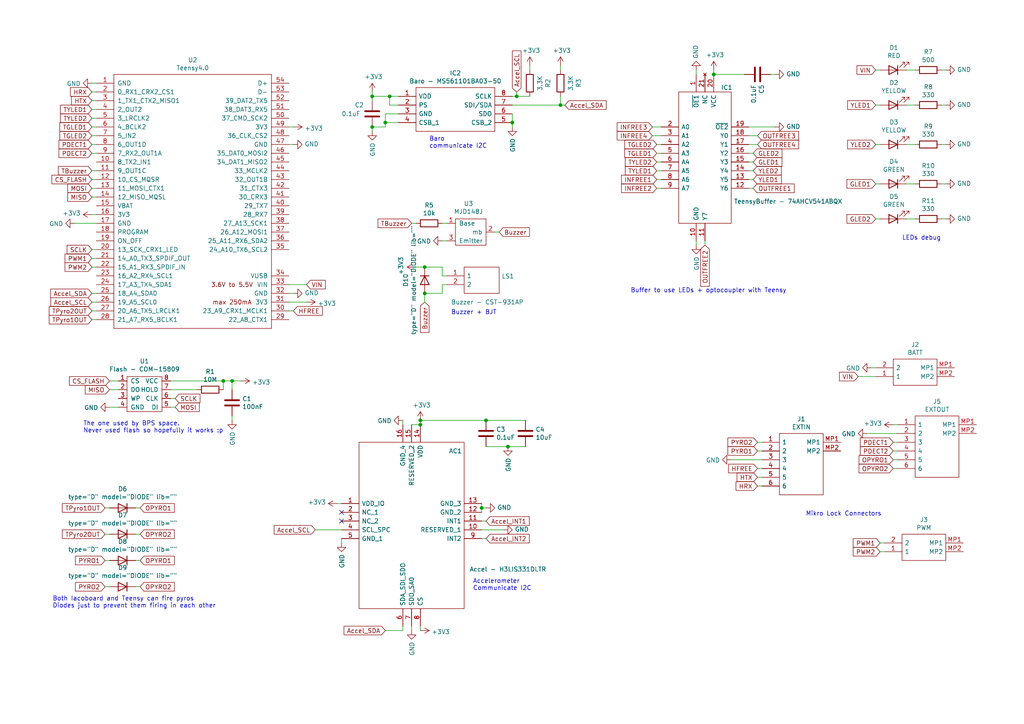
<source format=kicad_sch>
(kicad_sch (version 20211123) (generator eeschema)
  (paper "A4")
  (title_block (title "The Extension Board") (date "2022-01-02") (rev "R06") (company "EPFL Rocket Team") (comment 1 "EPFL Rocket Team all rights reserved"))
  (lib_symbols
    (symbol "Device:C" (pin_numbers hide) (pin_names (offset 0.254))
      (property "Reference" "C" (at 0.635 2.54 0))
      (property "Value" "C" (at 0.635 -2.54 0))
      (symbol "C_0_1"
        (polyline (pts (xy -2.032 -0.762) (xy 2.032 -0.762)) (stroke (width 0.508)))
        (polyline (pts (xy -2.032 0.762) (xy 2.032 0.762)) (stroke (width 0.508)))
      )
      (symbol "C_1_1"
        (pin passive line (at 0 3.81 270) (length 2.794) (name "~") (number "1"))
        (pin passive line (at 0 -3.81 90) (length 2.794) (name "~") (number "2"))
      )
    )
    (symbol "Device:LED" (pin_numbers hide) (pin_names (offset 1.016) hide)
      (property "Reference" "D" (at 0 2.54 0))
      (property "Value" "LED" (at 0 -2.54 0))
      (symbol "LED_0_1"
        (polyline (pts (xy -1.27 -1.27) (xy -1.27 1.27)) (stroke (width 0.254)))
        (polyline (pts (xy -1.27 0) (xy 1.27 0)))
        (polyline (pts (xy 1.27 -1.27) (xy 1.27 1.27) (xy -1.27 0) (xy 1.27 -1.27)) (stroke (width 0.254)))
        (polyline (pts (xy -3.048 -0.762) (xy -4.572 -2.286) (xy -3.81 -2.286) (xy -4.572 -2.286) (xy -4.572 -1.524)))
        (polyline (pts (xy -1.778 -0.762) (xy -3.302 -2.286) (xy -2.54 -2.286) (xy -3.302 -2.286) (xy -3.302 -1.524)))
      )
      (symbol "LED_1_1"
        (pin passive line (at -3.81 0 0) (length 2.54) (name "K") (number "1"))
        (pin passive line (at 3.81 0 180) (length 2.54) (name "A") (number "2"))
      )
    )
    (symbol "Device:R" (pin_numbers hide) (pin_names (offset 0))
      (property "Reference" "R" (at 2.032 0 90))
      (property "Value" "R" (at 0 0 90))
      (symbol "R_0_1"
        (rectangle (start -1.016 -2.54) (end 1.016 2.54) (stroke (width 0.254)))
      )
      (symbol "R_1_1"
        (pin passive line (at 0 3.81 270) (length 1.27) (name "~") (number "1"))
        (pin passive line (at 0 -3.81 90) (length 1.27) (name "~") (number "2"))
      )
    )
    (symbol "EXTENSION:505567-0281" (pin_names (offset 0.762))
      (property "Reference" "J" (at 19.05 7.62 0))
      (property "Value" "505567-0281" (at 19.05 5.08 0))
      (symbol "505567-0281_0_0"
        (pin passive line (at 0 -2.54 0) (length 5.08) (name "1") (number "1"))
        (pin passive line (at 0 0 0) (length 5.08) (name "2") (number "2"))
        (pin passive line (at 22.86 0 180) (length 5.08) (name "MP1") (number "MP1"))
        (pin passive line (at 22.86 -2.54 180) (length 5.08) (name "MP2") (number "MP2"))
      )
      (symbol "505567-0281_0_1"
        (polyline (pts (xy 5.08 2.54) (xy 17.78 2.54) (xy 17.78 -5.08) (xy 5.08 -5.08) (xy 5.08 2.54)) (stroke (width 0.1524)))
      )
    )
    (symbol "EXTENSION:505567-0671" (pin_names (offset 0.762))
      (property "Reference" "J" (at 19.05 7.62 0))
      (property "Value" "505567-0671" (at 19.05 5.08 0))
      (symbol "505567-0671_0_0"
        (pin passive line (at 0 0 0) (length 5.08) (name "1") (number "1"))
        (pin passive line (at 0 -2.54 0) (length 5.08) (name "2") (number "2"))
        (pin passive line (at 0 -5.08 0) (length 5.08) (name "3") (number "3"))
        (pin passive line (at 0 -7.62 0) (length 5.08) (name "4") (number "4"))
        (pin passive line (at 0 -10.16 0) (length 5.08) (name "5") (number "5"))
        (pin passive line (at 0 -12.7 0) (length 5.08) (name "6") (number "6"))
        (pin passive line (at 22.86 0 180) (length 5.08) (name "MP1") (number "MP1"))
        (pin passive line (at 22.86 -2.54 180) (length 5.08) (name "MP2") (number "MP2"))
      )
      (symbol "505567-0671_0_1"
        (polyline (pts (xy 5.08 2.54) (xy 17.78 2.54) (xy 17.78 -15.24) (xy 5.08 -15.24) (xy 5.08 2.54)) (stroke (width 0.1524)))
      )
    )
    (symbol "EXTENSION:74AHCV541ABQX" (pin_names (offset 0.762))
      (property "Reference" "IC" (at 21.59 15.24 0))
      (property "Value" "74AHCV541ABQX" (at 21.59 12.7 0))
      (symbol "74AHCV541ABQX_0_0"
        (pin passive line (at 10.16 15.24 270) (length 5.08) (name "~{OE1}") (number "1"))
        (pin passive line (at 10.16 -33.02 90) (length 5.08) (name "GND") (number "10"))
        (pin passive line (at 12.7 -33.02 90) (length 5.08) (name "Y7") (number "11"))
        (pin passive line (at 25.4 -17.78 180) (length 5.08) (name "Y6") (number "12"))
        (pin passive line (at 25.4 -15.24 180) (length 5.08) (name "Y5") (number "13"))
        (pin passive line (at 25.4 -12.7 180) (length 5.08) (name "Y4") (number "14"))
        (pin passive line (at 25.4 -10.16 180) (length 5.08) (name "Y3") (number "15"))
        (pin passive line (at 25.4 -7.62 180) (length 5.08) (name "Y2") (number "16"))
        (pin passive line (at 25.4 -5.08 180) (length 5.08) (name "Y1") (number "17"))
        (pin passive line (at 25.4 -2.54 180) (length 5.08) (name "Y0") (number "18"))
        (pin passive line (at 25.4 0 180) (length 5.08) (name "~{OE2}") (number "19"))
        (pin passive line (at 0 0 0) (length 5.08) (name "A0") (number "2"))
        (pin passive line (at 15.24 15.24 270) (length 5.08) (name "VCC") (number "20"))
        (pin no_connect line (at 12.7 15.24 270) (length 5.08) (name "NC") (number "21"))
        (pin passive line (at 0 -2.54 0) (length 5.08) (name "A1") (number "3"))
        (pin passive line (at 0 -5.08 0) (length 5.08) (name "A2") (number "4"))
        (pin passive line (at 0 -7.62 0) (length 5.08) (name "A3") (number "5"))
        (pin passive line (at 0 -10.16 0) (length 5.08) (name "A4") (number "6"))
        (pin passive line (at 0 -12.7 0) (length 5.08) (name "A5") (number "7"))
        (pin passive line (at 0 -15.24 0) (length 5.08) (name "A6") (number "8"))
        (pin passive line (at 0 -17.78 0) (length 5.08) (name "A7") (number "9"))
      )
      (symbol "74AHCV541ABQX_0_1"
        (polyline (pts (xy 5.08 10.16) (xy 20.32 10.16) (xy 20.32 -27.94) (xy 5.08 -27.94) (xy 5.08 10.16)) (stroke (width 0.1524)))
      )
    )
    (symbol "EXTENSION:COM-15809" (pin_names (offset 1.016))
      (property "Reference" "U" (at -3.81 6.35 0))
      (property "Value" "COM-15809" (at 0 -6.35 0))
      (symbol "COM-15809_0_1"
        (rectangle (start -5.08 5.08) (end 5.08 -5.08))
      )
      (symbol "COM-15809_1_1"
        (pin input line (at -7.62 3.81 0) (length 2.54) (name "CS") (number "1"))
        (pin input line (at -7.62 1.27 0) (length 2.54) (name "DO") (number "2"))
        (pin input line (at -7.62 -1.27 0) (length 2.54) (name "WP") (number "3"))
        (pin input line (at -7.62 -3.81 0) (length 2.54) (name "GND") (number "4"))
        (pin input line (at 7.62 -3.81 180) (length 2.54) (name "DI") (number "5"))
        (pin input line (at 7.62 -1.27 180) (length 2.54) (name "CLK") (number "6"))
        (pin input line (at 7.62 1.27 180) (length 2.54) (name "HOLD") (number "7"))
        (pin input line (at 7.62 3.81 180) (length 2.54) (name "VCC") (number "8"))
      )
    )
    (symbol "EXTENSION:H3LIS331DLTR" (pin_names (offset 0.762))
      (property "Reference" "AC" (at 36.83 22.86 0))
      (property "Value" "H3LIS331DLTR" (at 36.83 20.32 0))
      (symbol "H3LIS331DLTR_0_0"
        (pin power_in line (at 0 0 0) (length 5.08) (name "VDD_IO") (number "1"))
        (pin passive line (at 40.64 -7.62 180) (length 5.08) (name "RESERVED_1") (number "10"))
        (pin input line (at 40.64 -5.08 180) (length 5.08) (name "INT1") (number "11"))
        (pin power_in line (at 40.64 -2.54 180) (length 5.08) (name "GND_2") (number "12"))
        (pin power_in line (at 40.64 0 180) (length 5.08) (name "GND_3") (number "13"))
        (pin power_in line (at 22.86 22.86 270) (length 5.08) (name "VDD") (number "14"))
        (pin passive line (at 20.32 22.86 270) (length 5.08) (name "RESERVED_2") (number "15"))
        (pin power_in line (at 17.78 22.86 270) (length 5.08) (name "GND_4") (number "16"))
        (pin passive line (at 0 -2.54 0) (length 5.08) (name "NC_1") (number "2"))
        (pin passive line (at 0 -5.08 0) (length 5.08) (name "NC_2") (number "3"))
        (pin passive line (at 0 -7.62 0) (length 5.08) (name "SCL_SPC") (number "4"))
        (pin power_in line (at 0 -10.16 0) (length 5.08) (name "GND_1") (number "5"))
        (pin passive line (at 17.78 -35.56 90) (length 5.08) (name "SDA_SDI_SDO") (number "6"))
        (pin passive line (at 20.32 -35.56 90) (length 5.08) (name "SDO_SA0") (number "7"))
        (pin input line (at 22.86 -35.56 90) (length 5.08) (name "CS") (number "8"))
        (pin input line (at 40.64 -10.16 180) (length 5.08) (name "INT2") (number "9"))
      )
      (symbol "H3LIS331DLTR_0_1"
        (polyline (pts (xy 5.08 17.78) (xy 35.56 17.78) (xy 35.56 -30.48) (xy 5.08 -30.48) (xy 5.08 17.78)) (stroke (width 0.1524)))
      )
    )
    (symbol "EXTENSION:MJD148J" (pin_names (offset 1.016))
      (property "Reference" "U" (at -2.54 5.08 0))
      (property "Value" "MJD148J" (at 1.27 -5.08 0))
      (symbol "MJD148J_0_1"
        (rectangle (start -3.81 3.81) (end 5.08 -3.81))
      )
      (symbol "MJD148J_1_1"
        (pin input line (at -6.35 2.54 0) (length 2.54) (name "Base") (number "1"))
        (pin input line (at 7.62 0 180) (length 2.54) (name "mb") (number "2"))
        (pin input line (at -6.35 -2.54 0) (length 2.54) (name "Emitter") (number "3"))
      )
    )
    (symbol "EXTENSION_BOARD-rescue:MS561101BA03-50-SamacSys_Parts" (pin_names (offset 0.762))
      (property "Reference" "IC" (at 29.21 7.62 0))
      (property "Value" "MS561101BA03-50-SamacSys_Parts" (at 29.21 5.08 0))
      (symbol "MS561101BA03-50-SamacSys_Parts_0_0"
        (pin power_in line (at 0 0 0) (length 5.08) (name "VDD") (number "1"))
        (pin input line (at 0 -2.54 0) (length 5.08) (name "PS") (number "2"))
        (pin power_in line (at 0 -5.08 0) (length 5.08) (name "GND") (number "3"))
        (pin input line (at 0 -7.62 0) (length 5.08) (name "CSB_1") (number "4"))
        (pin input line (at 33.02 -7.62 180) (length 5.08) (name "CSB_2") (number "5"))
        (pin output line (at 33.02 -5.08 180) (length 5.08) (name "SDO") (number "6"))
        (pin bidirectional line (at 33.02 -2.54 180) (length 5.08) (name "SDI/SDA") (number "7"))
        (pin input line (at 33.02 0 180) (length 5.08) (name "SCLK") (number "8"))
      )
      (symbol "MS561101BA03-50-SamacSys_Parts_0_1"
        (polyline (pts (xy 5.08 2.54) (xy 27.94 2.54) (xy 27.94 -10.16) (xy 5.08 -10.16) (xy 5.08 2.54)) (stroke (width 0.1524)))
      )
    )
    (symbol "EXTENSION_BOARD-rescue:PS1240P02CT3-SamacSys_Parts" (pin_names (offset 0.762))
      (property "Reference" "LS" (at 16.51 7.62 0))
      (property "Value" "PS1240P02CT3-SamacSys_Parts" (at 16.51 5.08 0))
      (symbol "PS1240P02CT3-SamacSys_Parts_0_0"
        (pin passive line (at 0 0 0) (length 5.08) (name "1") (number "1"))
        (pin passive line (at 0 -2.54 0) (length 5.08) (name "2") (number "2"))
      )
      (symbol "PS1240P02CT3-SamacSys_Parts_0_1"
        (polyline (pts (xy 5.08 2.54) (xy 15.24 2.54) (xy 15.24 -5.08) (xy 5.08 -5.08) (xy 5.08 2.54)) (stroke (width 0.1524)))
      )
    )
    (symbol "EXTENSION_BOARD-rescue:Teensy4.0-teensy" (pin_names (offset 1.016))
      (property "Reference" "U" (at 0 39.37 0))
      (property "Value" "Teensy4.0-teensy" (at 0 -39.37 0))
      (symbol "Teensy4.0-teensy_0_0"
        (text "3.6V to 5.5V" (at 11.43 -24.13 0) (effects (font (size 1.27 1.27))))
        (text "max 250mA" (at 11.43 -29.21 0) (effects (font (size 1.27 1.27))))
        (pin bidirectional line (at -27.94 11.43 0) (length 5.08) (name "8_TX2_IN1") (number "10"))
        (pin bidirectional line (at -27.94 8.89 0) (length 5.08) (name "9_OUT1C") (number "11"))
        (pin bidirectional line (at -27.94 6.35 0) (length 5.08) (name "10_CS_MQSR") (number "12"))
        (pin bidirectional line (at -27.94 3.81 0) (length 5.08) (name "11_MOSI_CTX1") (number "13"))
        (pin bidirectional line (at -27.94 1.27 0) (length 5.08) (name "12_MISO_MQSL") (number "14"))
        (pin power_in line (at -27.94 -1.27 0) (length 5.08) (name "VBAT") (number "15"))
        (pin power_in line (at -27.94 -3.81 0) (length 5.08) (name "3V3") (number "16"))
        (pin power_in line (at -27.94 -6.35 0) (length 5.08) (name "GND") (number "17"))
        (pin input line (at -27.94 -8.89 0) (length 5.08) (name "PROGRAM") (number "18"))
        (pin input line (at -27.94 -11.43 0) (length 5.08) (name "ON_OFF") (number "19"))
        (pin bidirectional line (at -27.94 -13.97 0) (length 5.08) (name "13_SCK_CRX1_LED") (number "20"))
        (pin bidirectional line (at -27.94 -16.51 0) (length 5.08) (name "14_A0_TX3_SPDIF_OUT") (number "21"))
        (pin bidirectional line (at -27.94 -19.05 0) (length 5.08) (name "15_A1_RX3_SPDIF_IN") (number "22"))
        (pin bidirectional line (at -27.94 -21.59 0) (length 5.08) (name "16_A2_RX4_SCL1") (number "23"))
        (pin bidirectional line (at -27.94 -24.13 0) (length 5.08) (name "17_A3_TX4_SDA1") (number "24"))
        (pin bidirectional line (at -27.94 -26.67 0) (length 5.08) (name "18_A4_SDA0") (number "25"))
        (pin bidirectional line (at -27.94 -29.21 0) (length 5.08) (name "19_A5_SCL0") (number "26"))
        (pin bidirectional line (at -27.94 -31.75 0) (length 5.08) (name "20_A6_TX5_LRCLK1") (number "27"))
        (pin bidirectional line (at -27.94 -34.29 0) (length 5.08) (name "21_A7_RX5_BCLK1") (number "28"))
        (pin bidirectional line (at 27.94 -34.29 180) (length 5.08) (name "22_A8_CTX1") (number "29"))
        (pin bidirectional line (at 27.94 -31.75 180) (length 5.08) (name "23_A9_CRX1_MCLK1") (number "30"))
        (pin power_out line (at 27.94 -29.21 180) (length 5.08) (name "3V3") (number "31"))
        (pin power_in line (at 27.94 -26.67 180) (length 5.08) (name "GND") (number "32"))
        (pin power_in line (at 27.94 -24.13 180) (length 5.08) (name "VIN") (number "33"))
        (pin power_out line (at 27.94 -21.59 180) (length 5.08) (name "VUSB") (number "34"))
        (pin bidirectional line (at 27.94 -13.97 180) (length 5.08) (name "24_A10_TX6_SCL2") (number "35"))
        (pin bidirectional line (at 27.94 -11.43 180) (length 5.08) (name "25_A11_RX6_SDA2") (number "36"))
        (pin bidirectional line (at 27.94 -8.89 180) (length 5.08) (name "26_A12_MOSI1") (number "37"))
        (pin bidirectional line (at 27.94 -6.35 180) (length 5.08) (name "27_A13_SCK1") (number "38"))
        (pin bidirectional line (at 27.94 -3.81 180) (length 5.08) (name "28_RX7") (number "39"))
        (pin bidirectional line (at 27.94 -1.27 180) (length 5.08) (name "29_TX7") (number "40"))
        (pin bidirectional line (at 27.94 1.27 180) (length 5.08) (name "30_CRX3") (number "41"))
        (pin bidirectional line (at 27.94 3.81 180) (length 5.08) (name "31_CTX3") (number "42"))
        (pin bidirectional line (at 27.94 6.35 180) (length 5.08) (name "32_OUT1B") (number "43"))
        (pin bidirectional line (at 27.94 8.89 180) (length 5.08) (name "33_MCLK2") (number "44"))
        (pin bidirectional line (at 27.94 11.43 180) (length 5.08) (name "34_DAT1_MISO2") (number "45"))
        (pin bidirectional line (at 27.94 13.97 180) (length 5.08) (name "35_DAT0_MOSI2") (number "46"))
        (pin power_out line (at 27.94 16.51 180) (length 5.08) (name "GND") (number "47"))
        (pin bidirectional line (at 27.94 19.05 180) (length 5.08) (name "36_CLK_CS2") (number "48"))
        (pin power_out line (at 27.94 21.59 180) (length 5.08) (name "3V3") (number "49"))
        (pin bidirectional line (at -27.94 24.13 0) (length 5.08) (name "3_LRCLK2") (number "5"))
        (pin bidirectional line (at 27.94 24.13 180) (length 5.08) (name "37_CMD_SCK2") (number "50"))
        (pin bidirectional line (at 27.94 26.67 180) (length 5.08) (name "38_DAT3_RX5") (number "51"))
        (pin bidirectional line (at 27.94 29.21 180) (length 5.08) (name "39_DAT2_TX5") (number "52"))
        (pin bidirectional line (at 27.94 31.75 180) (length 5.08) (name "D-") (number "53"))
        (pin bidirectional line (at 27.94 34.29 180) (length 5.08) (name "D+") (number "54"))
        (pin bidirectional line (at -27.94 21.59 0) (length 5.08) (name "4_BCLK2") (number "6"))
        (pin bidirectional line (at -27.94 19.05 0) (length 5.08) (name "5_IN2") (number "7"))
        (pin bidirectional line (at -27.94 16.51 0) (length 5.08) (name "6_OUT1D") (number "8"))
        (pin bidirectional line (at -27.94 13.97 0) (length 5.08) (name "7_RX2_OUT1A") (number "9"))
      )
      (symbol "Teensy4.0-teensy_0_1"
        (rectangle (start -22.86 36.83) (end 22.86 -36.83))
        (rectangle (start -20.32 -31.75) (end -20.32 -31.75))
      )
      (symbol "Teensy4.0-teensy_1_1"
        (pin power_in line (at -27.94 34.29 0) (length 5.08) (name "GND") (number "1"))
        (pin bidirectional line (at -27.94 31.75 0) (length 5.08) (name "0_RX1_CRX2_CS1") (number "2"))
        (pin bidirectional line (at -27.94 29.21 0) (length 5.08) (name "1_TX1_CTX2_MISO1") (number "3"))
        (pin bidirectional line (at -27.94 26.67 0) (length 5.08) (name "2_OUT2") (number "4"))
      )
    )
    (symbol "Simulation_SPICE:DIODE" (pin_numbers hide) (pin_names (offset 1.016) hide)
      (property "Reference" "D" (at 0 2.54 0))
      (property "Value" "DIODE" (at 0 -2.54 0))
      (symbol "DIODE_0_1"
        (polyline (pts (xy 1.27 0) (xy -1.27 0)))
        (polyline (pts (xy 1.27 1.27) (xy 1.27 -1.27)) (stroke (width 0.254)))
        (polyline (pts (xy -1.27 -1.27) (xy -1.27 1.27) (xy 1.27 0) (xy -1.27 -1.27)) (stroke (width 0.254)))
      )
      (symbol "DIODE_1_1"
        (pin passive line (at -3.81 0 0) (length 2.54) (name "A") (number "1"))
        (pin passive line (at 3.81 0 180) (length 2.54) (name "K") (number "2"))
      )
    )
    (symbol "power:+3.3V" (power) (pin_names (offset 0))
      (property "Value" "+3.3V" (at 0 3.556 0))
      (symbol "+3.3V_0_1"
        (polyline (pts (xy -0.762 1.27) (xy 0 2.54)))
        (polyline (pts (xy 0 0) (xy 0 2.54)))
        (polyline (pts (xy 0 2.54) (xy 0.762 1.27)))
      )
      (symbol "+3.3V_1_1"
        (pin power_in line (at 0 0 90) (length 0) hide (name "+3V3") (number "1"))
      )
    )
    (symbol "power:GND" (power) (pin_names (offset 0))
      (property "Value" "GND" (at 0 -3.81 0))
      (symbol "GND_0_1"
        (polyline (pts (xy 0 0) (xy 0 -1.27) (xy 1.27 -1.27) (xy 0 -2.54) (xy -1.27 -1.27) (xy 0 -1.27)))
      )
      (symbol "GND_1_1"
        (pin power_in line (at 0 0 270) (length 0) hide (name "GND") (number "1"))
      )
    )
  )
  (junction (at 140.97 121.92))
  (junction (at 113.03 27.94))
  (junction (at 111.76 35.56))
  (junction (at 123.19 85.09))
  (junction (at 139.7 147.32))
  (junction (at 121.92 121.92))
  (junction (at 67.31 110.49))
  (junction (at 123.19 77.47))
  (junction (at 147.32 129.54))
  (junction (at 121.92 123.19))
  (junction (at 149.86 27.94))
  (junction (at 207.01 21.59))
  (junction (at 107.95 36.83))
  (junction (at 64.77 110.49))
  (junction (at 162.56 30.48))
  (junction (at 148.59 35.56))
  (junction (at 107.95 27.94))
  (no_connect (at 99.06 148.59))
  (no_connect (at 99.06 151.13))
  (wire (pts (xy 119.38 182.88) (xy 119.38 181.61)))
  (wire (pts (xy 83.82 36.83) (xy 85.09 36.83)))
  (wire (pts (xy 140.97 151.13) (xy 139.7 151.13)))
  (wire (pts (xy 215.9 21.59) (xy 207.01 21.59)))
  (wire (pts (xy 121.92 121.92) (xy 121.92 123.19)))
  (wire (pts (xy 123.19 77.47) (xy 128.27 77.47)))
  (wire (pts (xy 26.67 92.71) (xy 27.94 92.71)))
  (wire (pts (xy 26.67 72.39) (xy 27.94 72.39)))
  (wire (pts (xy 212.09 133.35) (xy 220.98 133.35)))
  (wire (pts (xy 26.67 39.37) (xy 27.94 39.37)))
  (wire (pts (xy 218.44 52.07) (xy 217.17 52.07)))
  (wire (pts (xy 26.67 52.07) (xy 27.94 52.07)))
  (wire (pts (xy 64.77 110.49) (xy 67.31 110.49)))
  (wire (pts (xy 217.17 39.37) (xy 219.71 39.37)))
  (wire (pts (xy 259.08 133.35) (xy 260.35 133.35)))
  (wire (pts (xy 26.67 57.15) (xy 27.94 57.15)))
  (wire (pts (xy 254 63.5) (xy 255.27 63.5)))
  (wire (pts (xy 219.71 140.97) (xy 220.98 140.97)))
  (wire (pts (xy 140.97 129.54) (xy 147.32 129.54)))
  (wire (pts (xy 119.38 123.19) (xy 121.92 123.19)))
  (wire (pts (xy 26.67 36.83) (xy 27.94 36.83)))
  (wire (pts (xy 116.84 121.92) (xy 116.84 123.19)))
  (wire (pts (xy 201.93 71.12) (xy 201.93 69.85)))
  (wire (pts (xy 259.08 123.19) (xy 260.35 123.19)))
  (wire (pts (xy 254 53.34) (xy 255.27 53.34)))
  (wire (pts (xy 248.92 109.22) (xy 254 109.22)))
  (wire (pts (xy 262.89 63.5) (xy 265.43 63.5)))
  (wire (pts (xy 128.27 85.09) (xy 123.19 85.09)))
  (wire (pts (xy 190.5 54.61) (xy 191.77 54.61)))
  (wire (pts (xy 259.08 135.89) (xy 260.35 135.89)))
  (wire (pts (xy 129.54 82.55) (xy 128.27 82.55)))
  (wire (pts (xy 67.31 110.49) (xy 67.31 113.03)))
  (wire (pts (xy 115.57 35.56) (xy 111.76 35.56)))
  (wire (pts (xy 274.32 63.5) (xy 273.05 63.5)))
  (wire (pts (xy 219.71 130.81) (xy 220.98 130.81)))
  (wire (pts (xy 26.67 31.75) (xy 27.94 31.75)))
  (wire (pts (xy 255.27 160.02) (xy 256.54 160.02)))
  (wire (pts (xy 85.09 90.17) (xy 83.82 90.17)))
  (wire (pts (xy 30.48 147.32) (xy 31.75 147.32)))
  (wire (pts (xy 254 41.91) (xy 255.27 41.91)))
  (wire (pts (xy 39.37 170.18) (xy 40.64 170.18)))
  (wire (pts (xy 26.67 62.23) (xy 27.94 62.23)))
  (wire (pts (xy 26.67 85.09) (xy 27.94 85.09)))
  (wire (pts (xy 218.44 46.99) (xy 217.17 46.99)))
  (wire (pts (xy 99.06 157.48) (xy 99.06 156.21)))
  (wire (pts (xy 149.86 27.94) (xy 153.67 27.94)))
  (wire (pts (xy 217.17 41.91) (xy 219.71 41.91)))
  (wire (pts (xy 162.56 30.48) (xy 162.56 27.94)))
  (wire (pts (xy 26.67 49.53) (xy 27.94 49.53)))
  (wire (pts (xy 153.67 19.05) (xy 153.67 20.32)))
  (wire (pts (xy 251.46 125.73) (xy 260.35 125.73)))
  (wire (pts (xy 224.79 36.83) (xy 217.17 36.83)))
  (wire (pts (xy 274.32 30.48) (xy 273.05 30.48)))
  (wire (pts (xy 128.27 82.55) (xy 128.27 85.09)))
  (wire (pts (xy 190.5 49.53) (xy 191.77 49.53)))
  (wire (pts (xy 26.67 24.13) (xy 27.94 24.13)))
  (wire (pts (xy 262.89 30.48) (xy 265.43 30.48)))
  (wire (pts (xy 201.93 20.32) (xy 201.93 21.59)))
  (wire (pts (xy 113.03 27.94) (xy 107.95 27.94)))
  (wire (pts (xy 144.78 67.31) (xy 143.51 67.31)))
  (wire (pts (xy 67.31 120.65) (xy 67.31 121.92)))
  (wire (pts (xy 31.75 110.49) (xy 34.29 110.49)))
  (wire (pts (xy 97.79 146.05) (xy 99.06 146.05)))
  (wire (pts (xy 115.57 30.48) (xy 113.03 30.48)))
  (wire (pts (xy 148.59 36.83) (xy 148.59 35.56)))
  (wire (pts (xy 39.37 162.56) (xy 40.64 162.56)))
  (wire (pts (xy 111.76 36.83) (xy 107.95 36.83)))
  (wire (pts (xy 140.97 121.92) (xy 152.4 121.92)))
  (wire (pts (xy 207.01 20.32) (xy 207.01 21.59)))
  (wire (pts (xy 190.5 46.99) (xy 191.77 46.99)))
  (wire (pts (xy 129.54 80.01) (xy 128.27 80.01)))
  (wire (pts (xy 218.44 49.53) (xy 217.17 49.53)))
  (wire (pts (xy 128.27 64.77) (xy 129.54 64.77)))
  (wire (pts (xy 115.57 33.02) (xy 111.76 33.02)))
  (wire (pts (xy 115.57 27.94) (xy 113.03 27.94)))
  (wire (pts (xy 88.9 82.55) (xy 83.82 82.55)))
  (wire (pts (xy 26.67 87.63) (xy 27.94 87.63)))
  (wire (pts (xy 218.44 54.61) (xy 217.17 54.61)))
  (wire (pts (xy 121.92 182.88) (xy 121.92 181.61)))
  (wire (pts (xy 189.23 36.83) (xy 191.77 36.83)))
  (wire (pts (xy 204.47 71.12) (xy 204.47 69.85)))
  (wire (pts (xy 262.89 41.91) (xy 265.43 41.91)))
  (wire (pts (xy 252.73 106.68) (xy 254 106.68)))
  (wire (pts (xy 26.67 26.67) (xy 27.94 26.67)))
  (wire (pts (xy 190.5 52.07) (xy 191.77 52.07)))
  (wire (pts (xy 121.92 121.92) (xy 140.97 121.92)))
  (wire (pts (xy 189.23 39.37) (xy 191.77 39.37)))
  (wire (pts (xy 119.38 64.77) (xy 120.65 64.77)))
  (wire (pts (xy 219.71 128.27) (xy 220.98 128.27)))
  (wire (pts (xy 274.32 41.91) (xy 273.05 41.91)))
  (wire (pts (xy 26.67 74.93) (xy 27.94 74.93)))
  (wire (pts (xy 274.32 53.34) (xy 273.05 53.34)))
  (wire (pts (xy 26.67 54.61) (xy 27.94 54.61)))
  (wire (pts (xy 50.8 115.57) (xy 49.53 115.57)))
  (wire (pts (xy 88.9 87.63) (xy 83.82 87.63)))
  (wire (pts (xy 26.67 90.17) (xy 27.94 90.17)))
  (wire (pts (xy 128.27 69.85) (xy 129.54 69.85)))
  (wire (pts (xy 262.89 20.32) (xy 265.43 20.32)))
  (wire (pts (xy 26.67 29.21) (xy 27.94 29.21)))
  (wire (pts (xy 31.75 118.11) (xy 34.29 118.11)))
  (wire (pts (xy 49.53 110.49) (xy 64.77 110.49)))
  (wire (pts (xy 219.71 138.43) (xy 220.98 138.43)))
  (wire (pts (xy 83.82 85.09) (xy 85.09 85.09)))
  (wire (pts (xy 149.86 26.67) (xy 149.86 27.94)))
  (wire (pts (xy 147.32 129.54) (xy 152.4 129.54)))
  (wire (pts (xy 224.79 21.59) (xy 223.52 21.59)))
  (wire (pts (xy 255.27 157.48) (xy 256.54 157.48)))
  (wire (pts (xy 31.75 113.03) (xy 34.29 113.03)))
  (wire (pts (xy 274.32 20.32) (xy 273.05 20.32)))
  (wire (pts (xy 30.48 154.94) (xy 31.75 154.94)))
  (wire (pts (xy 254 30.48) (xy 255.27 30.48)))
  (wire (pts (xy 123.19 85.09) (xy 123.19 87.63)))
  (wire (pts (xy 111.76 33.02) (xy 111.76 35.56)))
  (wire (pts (xy 27.94 41.91) (xy 26.67 41.91)))
  (wire (pts (xy 148.59 33.02) (xy 148.59 35.56)))
  (wire (pts (xy 190.5 44.45) (xy 191.77 44.45)))
  (wire (pts (xy 107.95 26.67) (xy 107.95 27.94)))
  (wire (pts (xy 67.31 110.49) (xy 69.85 110.49)))
  (wire (pts (xy 162.56 19.05) (xy 162.56 20.32)))
  (wire (pts (xy 26.67 34.29) (xy 27.94 34.29)))
  (wire (pts (xy 128.27 80.01) (xy 128.27 77.47)))
  (wire (pts (xy 259.08 130.81) (xy 260.35 130.81)))
  (wire (pts (xy 107.95 36.83) (xy 107.95 38.1)))
  (wire (pts (xy 139.7 148.59) (xy 139.7 147.32)))
  (wire (pts (xy 64.77 113.03) (xy 64.77 110.49)))
  (wire (pts (xy 83.82 41.91) (xy 85.09 41.91)))
  (wire (pts (xy 50.8 118.11) (xy 49.53 118.11)))
  (wire (pts (xy 148.59 27.94) (xy 149.86 27.94)))
  (wire (pts (xy 190.5 41.91) (xy 191.77 41.91)))
  (wire (pts (xy 107.95 27.94) (xy 107.95 29.21)))
  (wire (pts (xy 219.71 135.89) (xy 220.98 135.89)))
  (wire (pts (xy 111.76 35.56) (xy 111.76 36.83)))
  (wire (pts (xy 218.44 44.45) (xy 217.17 44.45)))
  (wire (pts (xy 113.03 30.48) (xy 113.03 27.94)))
  (wire (pts (xy 49.53 113.03) (xy 57.15 113.03)))
  (wire (pts (xy 259.08 128.27) (xy 260.35 128.27)))
  (wire (pts (xy 146.05 153.67) (xy 139.7 153.67)))
  (wire (pts (xy 262.89 53.34) (xy 265.43 53.34)))
  (wire (pts (xy 21.59 64.77) (xy 27.94 64.77)))
  (wire (pts (xy 91.44 153.67) (xy 99.06 153.67)))
  (wire (pts (xy 116.84 182.88) (xy 111.76 182.88)))
  (wire (pts (xy 140.97 156.21) (xy 139.7 156.21)))
  (wire (pts (xy 116.84 181.61) (xy 116.84 182.88)))
  (wire (pts (xy 254 20.32) (xy 255.27 20.32)))
  (wire (pts (xy 30.48 162.56) (xy 31.75 162.56)))
  (wire (pts (xy 30.48 170.18) (xy 31.75 170.18)))
  (wire (pts (xy 140.97 147.32) (xy 139.7 147.32)))
  (wire (pts (xy 40.64 154.94) (xy 39.37 154.94)))
  (wire (pts (xy 26.67 77.47) (xy 27.94 77.47)))
  (wire (pts (xy 148.59 30.48) (xy 162.56 30.48)))
  (wire (pts (xy 163.83 30.48) (xy 162.56 30.48)))
  (wire (pts (xy 120.65 77.47) (xy 123.19 77.47)))
  (wire (pts (xy 40.64 147.32) (xy 39.37 147.32)))
  (wire (pts (xy 139.7 147.32) (xy 139.7 146.05)))
  (wire (pts (xy 26.67 44.45) (xy 27.94 44.45)))
  (text "Baro\ncommunicate I2C" (at 124.46 43.18 0) (effects (font (size 1.27 1.27)) (justify left bottom)))
  (text "LEDs debug" (at 261.62 69.85 0) (effects (font (size 1.27 1.27)) (justify left bottom)))
  (text "The one used by BPS space.\nNever used flash so hopefully it works :p\n" (at 24.13 125.73 0) (effects (font (size 1.27 1.27)) (justify left bottom)))
  (text "Buffer to use LEDs + optocoupler with Teensy" (at 182.88 85.09 0) (effects (font (size 1.27 1.27)) (justify left bottom)))
  (text "Mikro Lock Connectors\n" (at 233.68 149.86 0) (effects (font (size 1.27 1.27)) (justify left bottom)))
  (text "Buzzer + BJT" (at 130.81 91.44 0) (effects (font (size 1.27 1.27)) (justify left bottom)))
  (text "Accelerometer\nCommunicate I2C\n" (at 137.16 171.45 0) (effects (font (size 1.27 1.27)) (justify left bottom)))
  (text "Both Iacoboard and Teensy can fire pyros\nDiodes just to prevent them firing in each other" (at 15.24 176.53 0) (effects (font (size 1.27 1.27)) (justify left bottom)))
  (global_label "TGLED1" (shape input) (at 26.67 36.83 180) (property "Intersheet References" "${INTERSHEET_REFS}" (effects hide)))
  (global_label "HRX" (shape input) (at 26.67 26.67 180) (property "Intersheet References" "${INTERSHEET_REFS}" (effects hide)))
  (global_label "GLED2" (shape input) (at 254 63.5 180) (property "Intersheet References" "${INTERSHEET_REFS}" (effects hide)))
  (global_label "TYLED1" (shape input) (at 26.67 31.75 180) (property "Intersheet References" "${INTERSHEET_REFS}" (effects hide)))
  (global_label "INFREE2" (shape input) (at 190.5 54.61 180) (property "Intersheet References" "${INTERSHEET_REFS}" (effects hide)))
  (global_label "PYRO2" (shape input) (at 30.48 170.18 180) (property "Intersheet References" "${INTERSHEET_REFS}" (effects hide)))
  (global_label "HTX" (shape input) (at 219.71 138.43 180) (property "Intersheet References" "${INTERSHEET_REFS}" (effects hide)))
  (global_label "TYLED2" (shape input) (at 26.67 34.29 180) (property "Intersheet References" "${INTERSHEET_REFS}" (effects hide)))
  (global_label "PDECT2" (shape input) (at 26.67 44.45 180) (property "Intersheet References" "${INTERSHEET_REFS}" (effects hide)))
  (global_label "Accel_SCL" (shape input) (at 26.67 87.63 180) (property "Intersheet References" "${INTERSHEET_REFS}" (effects hide)))
  (global_label "PWM2" (shape input) (at 255.27 160.02 180) (property "Intersheet References" "${INTERSHEET_REFS}" (effects hide)))
  (global_label "OPYRO1" (shape input) (at 259.08 133.35 180) (property "Intersheet References" "${INTERSHEET_REFS}" (effects hide)))
  (global_label "VIN" (shape input) (at 254 20.32 180) (property "Intersheet References" "${INTERSHEET_REFS}" (effects hide)))
  (global_label "TPyro1OUT" (shape input) (at 26.67 92.71 180) (property "Intersheet References" "${INTERSHEET_REFS}" (effects hide)))
  (global_label "TBuzzer" (shape input) (at 26.67 49.53 180) (property "Intersheet References" "${INTERSHEET_REFS}" (effects hide)))
  (global_label "PYRO2" (shape input) (at 219.71 128.27 180) (property "Intersheet References" "${INTERSHEET_REFS}" (effects hide)))
  (global_label "GLED1" (shape input) (at 254 53.34 180) (property "Intersheet References" "${INTERSHEET_REFS}" (effects hide)))
  (global_label "CS_FLASH" (shape input) (at 26.67 52.07 180) (property "Intersheet References" "${INTERSHEET_REFS}" (effects hide)))
  (global_label "HFREE" (shape input) (at 219.71 135.89 180) (property "Intersheet References" "${INTERSHEET_REFS}" (effects hide)))
  (global_label "Accel_SDA" (shape input) (at 111.76 182.88 180) (property "Intersheet References" "${INTERSHEET_REFS}" (effects hide)))
  (global_label "TGLED2" (shape input) (at 190.5 41.91 180) (property "Intersheet References" "${INTERSHEET_REFS}" (effects hide)))
  (global_label "Buzzer" (shape input) (at 144.78 67.31 0) (property "Intersheet References" "${INTERSHEET_REFS}" (effects hide)))
  (global_label "YLED2" (shape input) (at 218.44 49.53 0) (property "Intersheet References" "${INTERSHEET_REFS}" (effects hide)))
  (global_label "GLED2" (shape input) (at 218.44 44.45 0) (property "Intersheet References" "${INTERSHEET_REFS}" (effects hide)))
  (global_label "HRX" (shape input) (at 219.71 140.97 180) (property "Intersheet References" "${INTERSHEET_REFS}" (effects hide)))
  (global_label "MISO" (shape input) (at 26.67 57.15 180) (property "Intersheet References" "${INTERSHEET_REFS}" (effects hide)))
  (global_label "PWM1" (shape input) (at 26.67 74.93 180) (property "Intersheet References" "${INTERSHEET_REFS}" (effects hide)))
  (global_label "Accel_INT2" (shape input) (at 140.97 156.21 0) (property "Intersheet References" "${INTERSHEET_REFS}" (effects hide)))
  (global_label "GLED1" (shape input) (at 218.44 46.99 0) (property "Intersheet References" "${INTERSHEET_REFS}" (effects hide)))
  (global_label "MOSI" (shape input) (at 26.67 54.61 180) (property "Intersheet References" "${INTERSHEET_REFS}" (effects hide)))
  (global_label "YLED1" (shape input) (at 218.44 52.07 0) (property "Intersheet References" "${INTERSHEET_REFS}" (effects hide)))
  (global_label "OPYRO2" (shape input) (at 40.64 170.18 0) (property "Intersheet References" "${INTERSHEET_REFS}" (effects hide)))
  (global_label "PDECT2" (shape input) (at 259.08 130.81 180) (property "Intersheet References" "${INTERSHEET_REFS}" (effects hide)))
  (global_label "PWM2" (shape input) (at 26.67 77.47 180) (property "Intersheet References" "${INTERSHEET_REFS}" (effects hide)))
  (global_label "SCLK" (shape input) (at 26.67 72.39 180) (property "Intersheet References" "${INTERSHEET_REFS}" (effects hide)))
  (global_label "CS_FLASH" (shape input) (at 31.75 110.49 180) (property "Intersheet References" "${INTERSHEET_REFS}" (effects hide)))
  (global_label "OUTFREE3" (shape input) (at 219.71 39.37 0) (property "Intersheet References" "${INTERSHEET_REFS}" (effects hide)))
  (global_label "VIN" (shape input) (at 248.92 109.22 180) (property "Intersheet References" "${INTERSHEET_REFS}" (effects hide)))
  (global_label "PWM1" (shape input) (at 255.27 157.48 180) (property "Intersheet References" "${INTERSHEET_REFS}" (effects hide)))
  (global_label "HFREE" (shape input) (at 85.09 90.17 0) (property "Intersheet References" "${INTERSHEET_REFS}" (effects hide)))
  (global_label "TGLED2" (shape input) (at 26.67 39.37 180) (property "Intersheet References" "${INTERSHEET_REFS}" (effects hide)))
  (global_label "HTX" (shape input) (at 26.67 29.21 180) (property "Intersheet References" "${INTERSHEET_REFS}" (effects hide)))
  (global_label "TBuzzer" (shape input) (at 119.38 64.77 180) (property "Intersheet References" "${INTERSHEET_REFS}" (effects hide)))
  (global_label "YLED2" (shape input) (at 254 41.91 180) (property "Intersheet References" "${INTERSHEET_REFS}" (effects hide)))
  (global_label "OUTFREE2" (shape input) (at 204.47 71.12 270) (property "Intersheet References" "${INTERSHEET_REFS}" (effects hide)))
  (global_label "TPyro2OUT" (shape input) (at 30.48 154.94 180) (property "Intersheet References" "${INTERSHEET_REFS}" (effects hide)))
  (global_label "INFREE1" (shape input) (at 190.5 52.07 180) (property "Intersheet References" "${INTERSHEET_REFS}" (effects hide)))
  (global_label "MISO" (shape input) (at 31.75 113.03 180) (property "Intersheet References" "${INTERSHEET_REFS}" (effects hide)))
  (global_label "Buzzer" (shape input) (at 123.19 87.63 270) (property "Intersheet References" "${INTERSHEET_REFS}" (effects hide)))
  (global_label "TGLED1" (shape input) (at 190.5 44.45 180) (property "Intersheet References" "${INTERSHEET_REFS}" (effects hide)))
  (global_label "INFREE3" (shape input) (at 189.23 36.83 180) (property "Intersheet References" "${INTERSHEET_REFS}" (effects hide)))
  (global_label "OUTFREE4" (shape input) (at 219.71 41.91 0) (property "Intersheet References" "${INTERSHEET_REFS}" (effects hide)))
  (global_label "YLED1" (shape input) (at 254 30.48 180) (property "Intersheet References" "${INTERSHEET_REFS}" (effects hide)))
  (global_label "Accel_SCL" (shape input) (at 149.86 26.67 90) (property "Intersheet References" "${INTERSHEET_REFS}" (effects hide)))
  (global_label "Accel_SDA" (shape input) (at 163.83 30.48 0) (property "Intersheet References" "${INTERSHEET_REFS}" (effects hide)))
  (global_label "PDECT1" (shape input) (at 26.67 41.91 180) (property "Intersheet References" "${INTERSHEET_REFS}" (effects hide)))
  (global_label "PDECT1" (shape input) (at 259.08 128.27 180) (property "Intersheet References" "${INTERSHEET_REFS}" (effects hide)))
  (global_label "TYLED1" (shape input) (at 190.5 49.53 180) (property "Intersheet References" "${INTERSHEET_REFS}" (effects hide)))
  (global_label "TPyro1OUT" (shape input) (at 30.48 147.32 180) (property "Intersheet References" "${INTERSHEET_REFS}" (effects hide)))
  (global_label "MOSI" (shape input) (at 50.8 118.11 0) (property "Intersheet References" "${INTERSHEET_REFS}" (effects hide)))
  (global_label "PYRO1" (shape input) (at 219.71 130.81 180) (property "Intersheet References" "${INTERSHEET_REFS}" (effects hide)))
  (global_label "OPYRO1" (shape input) (at 40.64 147.32 0) (property "Intersheet References" "${INTERSHEET_REFS}" (effects hide)))
  (global_label "Accel_INT1" (shape input) (at 140.97 151.13 0) (property "Intersheet References" "${INTERSHEET_REFS}" (effects hide)))
  (global_label "OPYRO2" (shape input) (at 259.08 135.89 180) (property "Intersheet References" "${INTERSHEET_REFS}" (effects hide)))
  (global_label "SCLK" (shape input) (at 50.8 115.57 0) (property "Intersheet References" "${INTERSHEET_REFS}" (effects hide)))
  (global_label "Accel_SCL" (shape input) (at 91.44 153.67 180) (property "Intersheet References" "${INTERSHEET_REFS}" (effects hide)))
  (global_label "OPYRO1" (shape input) (at 40.64 162.56 0) (property "Intersheet References" "${INTERSHEET_REFS}" (effects hide)))
  (global_label "VIN" (shape input) (at 88.9 82.55 0) (property "Intersheet References" "${INTERSHEET_REFS}" (effects hide)))
  (global_label "PYRO1" (shape input) (at 30.48 162.56 180) (property "Intersheet References" "${INTERSHEET_REFS}" (effects hide)))
  (global_label "TPyro2OUT" (shape input) (at 26.67 90.17 180) (property "Intersheet References" "${INTERSHEET_REFS}" (effects hide)))
  (global_label "TYLED2" (shape input) (at 190.5 46.99 180) (property "Intersheet References" "${INTERSHEET_REFS}" (effects hide)))
  (global_label "OPYRO2" (shape input) (at 40.64 154.94 0) (property "Intersheet References" "${INTERSHEET_REFS}" (effects hide)))
  (global_label "INFREE4" (shape input) (at 189.23 39.37 180) (property "Intersheet References" "${INTERSHEET_REFS}" (effects hide)))
  (global_label "OUTFREE1" (shape input) (at 218.44 54.61 0) (property "Intersheet References" "${INTERSHEET_REFS}" (effects hide)))
  (global_label "Accel_SDA" (shape input) (at 26.67 85.09 180) (property "Intersheet References" "${INTERSHEET_REFS}" (effects hide)))
  (symbol (lib_id "EXTENSION_BOARD-rescue:Teensy4.0-teensy") (at 55.88 58.42 0) (unit 1)
    (property "Reference" "U2" (at 55.88 17.399 0))
    (property "Value" "Teensy4.0" (at 55.88 19.7104 0))
    (property "Footprint" "EXTENSION:Teensy40_EXT" (effects hide))
  )
  (symbol (lib_id "power:GND") (at 85.09 41.91 90) (unit 1)
    (property "Reference" "#PWR010" (effects hide))
    (property "Value" "GND" (at 88.3412 41.783 90) (effects (justify right)))
  )
  (symbol (lib_id "EXTENSION_BOARD-rescue:PS1240P02CT3-SamacSys_Parts") (at 129.54 80.01 0) (unit 1)
    (property "Reference" "LS1" (at 145.4912 80.1116 0) (effects (justify left)))
    (property "Value" "Buzzer - CST-931AP" (at 130.81 87.63 0) (effects (justify left)))
    (property "Footprint" "KRTEK_V2:CST931AP" (effects hide))
    (property "Datasheet" "https://product.tdk.com/system/files/dam/doc/product/sw_piezo/sw_piezo/piezo-buzzer/catalog/piezoelectronic_buzzer_ps_en.pdf" (effects hide))
    (property "Description" "Piezoelectric Buzzers, Sound Pressure Level=60dB min, Freq.=4000Hz nom" (effects hide))
    (property "Mouser Part Number" "810-PS1240P02CT3" (effects hide))
    (property "Mouser Price/Stock" "https://www.mouser.co.uk/ProductDetail/TDK/PS1240P02CT3?qs=d7g9p1yFhWaOLjub80XcMw%3D%3D" (effects hide))
    (property "Manufacturer_Name" "TDK" (effects hide))
    (property "Manufacturer_Part_Number" "PS1240P02CT3" (effects hide))
  )
  (symbol (lib_id "power:GND") (at 26.67 24.13 270) (unit 1)
    (property "Reference" "#PWR02" (effects hide))
    (property "Value" "GND" (at 23.4188 24.257 90) (effects (justify right)))
  )
  (symbol (lib_id "power:GND") (at 85.09 85.09 90) (unit 1)
    (property "Reference" "#PWR011" (effects hide))
    (property "Value" "GND" (at 88.3412 84.963 90) (effects (justify right)))
  )
  (symbol (lib_id "Device:LED") (at 259.08 20.32 180) (unit 1)
    (property "Reference" "D1" (at 259.2578 13.843 0))
    (property "Value" "RED" (at 259.2578 16.1544 0))
    (property "Footprint" "KRTEK_V2:LED_2-SMD_No_Lead_1.7x0.8mm" (effects hide))
  )
  (symbol (lib_id "Device:LED") (at 259.08 30.48 180) (unit 1)
    (property "Reference" "D2" (at 259.2578 24.003 0))
    (property "Value" "YELLOW" (at 259.2578 26.3144 0))
    (property "Footprint" "KRTEK_V2:LED_2-SMD_No_Lead_1.7x0.8mm" (effects hide))
  )
  (symbol (lib_id "Device:LED") (at 259.08 41.91 180) (unit 1)
    (property "Reference" "D3" (at 259.2578 35.433 0))
    (property "Value" "YELLOW" (at 259.2578 37.7444 0))
    (property "Footprint" "KRTEK_V2:LED_2-SMD_No_Lead_1.7x0.8mm" (effects hide))
  )
  (symbol (lib_id "Device:LED") (at 259.08 53.34 180) (unit 1)
    (property "Reference" "D4" (at 259.2578 46.863 0))
    (property "Value" "GREEN" (at 259.2578 49.1744 0))
    (property "Footprint" "KRTEK_V2:LED_2-SMD_No_Lead_1.7x0.8mm" (effects hide))
  )
  (symbol (lib_id "Device:LED") (at 259.08 63.5 180) (unit 1)
    (property "Reference" "D5" (at 259.2578 57.023 0))
    (property "Value" "GREEN" (at 259.2578 59.3344 0))
    (property "Footprint" "KRTEK_V2:LED_2-SMD_No_Lead_1.7x0.8mm" (effects hide))
  )
  (symbol (lib_id "Device:R") (at 269.24 20.32 270) (unit 1)
    (property "Reference" "R7" (at 269.24 15.0622 90))
    (property "Value" "500" (at 269.24 17.3736 90))
    (property "Footprint" "Resistor_SMD:R_0603_1608Metric" (effects hide))
  )
  (symbol (lib_id "Device:R") (at 269.24 30.48 270) (unit 1)
    (property "Reference" "R8" (at 269.24 25.2222 90))
    (property "Value" "330" (at 269.24 27.5336 90))
    (property "Footprint" "Resistor_SMD:R_0603_1608Metric" (effects hide))
  )
  (symbol (lib_id "Device:R") (at 269.24 41.91 270) (unit 1)
    (property "Reference" "R9" (at 269.24 36.6522 90))
    (property "Value" "330" (at 269.24 38.9636 90))
    (property "Footprint" "Resistor_SMD:R_0603_1608Metric" (effects hide))
  )
  (symbol (lib_id "Device:R") (at 269.24 53.34 270) (unit 1)
    (property "Reference" "R10" (at 269.24 48.0822 90))
    (property "Value" "330" (at 269.24 50.3936 90))
    (property "Footprint" "Resistor_SMD:R_0603_1608Metric" (effects hide))
  )
  (symbol (lib_id "Device:R") (at 269.24 63.5 270) (unit 1)
    (property "Reference" "R11" (at 269.24 58.2422 90))
    (property "Value" "330" (at 269.24 60.5536 90))
    (property "Footprint" "Resistor_SMD:R_0603_1608Metric" (effects hide))
  )
  (symbol (lib_id "power:GND") (at 274.32 20.32 90) (unit 1)
    (property "Reference" "#PWR035" (effects hide))
    (property "Value" "GND" (at 277.5712 20.193 90) (effects (justify right)))
  )
  (symbol (lib_id "power:GND") (at 274.32 30.48 90) (unit 1)
    (property "Reference" "#PWR036" (effects hide))
    (property "Value" "GND" (at 277.5712 30.353 90) (effects (justify right)))
  )
  (symbol (lib_id "EXTENSION_BOARD-rescue:MS561101BA03-50-SamacSys_Parts") (at 115.57 27.94 0) (unit 1)
    (property "Reference" "IC2" (at 132.08 21.209 0))
    (property "Value" "Baro - MS561101BA03-50" (at 132.08 23.5204 0))
    (property "Footprint" "KRTEK_V2:MS561101BA03-50" (effects hide))
    (property "Datasheet" "http://www.te.com/usa-en/search.html?q=ms5611&source=header" (effects hide))
    (property "Description" "Sensor Pressure 1.2bar Barometric SMD MS561101BA03-50, Barometric Pressure Sensor, 1200mbar 0  3.6 V Output, 8-Pin QFN" (effects hide))
    (property "Mouser Part Number" "824-MS561101BA03-50" (effects hide))
    (property "Mouser Price/Stock" "https://www.mouser.co.uk/ProductDetail/Measurement-Specialties/MS561101BA03-50?qs=%252BgKeJhng5iV%252BnCz6Qd5iDw%3D%3D" (effects hide))
    (property "Manufacturer_Name" "TE Connectivity" (effects hide))
    (property "Manufacturer_Part_Number" "MS561101BA03-50" (effects hide))
  )
  (symbol (lib_id "power:GND") (at 274.32 41.91 90) (unit 1)
    (property "Reference" "#PWR037" (effects hide))
    (property "Value" "GND" (at 277.5712 41.783 90) (effects (justify right)))
  )
  (symbol (lib_id "power:GND") (at 274.32 53.34 90) (unit 1)
    (property "Reference" "#PWR038" (effects hide))
    (property "Value" "GND" (at 277.5712 53.213 90) (effects (justify right)))
  )
  (symbol (lib_id "power:GND") (at 274.32 63.5 90) (unit 1)
    (property "Reference" "#PWR039" (effects hide))
    (property "Value" "GND" (at 277.5712 63.373 90) (effects (justify right)))
  )
  (symbol (lib_id "Device:C") (at 107.95 33.02 180) (unit 1)
    (property "Reference" "C2" (at 102.87 30.48 0) (effects (justify right)))
    (property "Value" "0.1uF" (at 99.06 33.02 0) (effects (justify right)))
    (property "Footprint" "Capacitor_SMD:C_0603_1608Metric" (effects hide))
  )
  (symbol (lib_id "power:GND") (at 107.95 38.1 0) (unit 1)
    (property "Reference" "#PWR018" (effects hide))
    (property "Value" "GND" (at 108.077 41.3512 90) (effects (justify right)))
  )
  (symbol (lib_id "EXTENSION:COM-15809") (at 41.91 114.3 0) (unit 1)
    (property "Reference" "U1" (at 41.91 104.775 0))
    (property "Value" "Flash - COM-15809" (at 41.91 107.0864 0))
    (property "Footprint" "KRTEK_V2:SOIC-8_W5.6mm" (effects hide))
  )
  (symbol (lib_id "power:GND") (at 31.75 118.11 270) (unit 1)
    (property "Reference" "#PWR04" (effects hide))
    (property "Value" "GND" (at 28.4988 118.237 90) (effects (justify right)))
  )
  (symbol (lib_id "Device:R") (at 60.96 113.03 270) (unit 1)
    (property "Reference" "R1" (at 60.96 107.7722 90))
    (property "Value" "10M" (at 60.96 110.0836 90))
    (property "Footprint" "Resistor_SMD:R_0603_1608Metric" (effects hide))
  )
  (symbol (lib_id "Device:C") (at 67.31 116.84 0) (unit 1)
    (property "Reference" "C1" (at 70.231 115.6716 0) (effects (justify left)))
    (property "Value" "100nF" (at 70.231 117.983 0) (effects (justify left)))
    (property "Footprint" "Capacitor_SMD:C_0603_1608Metric" (effects hide))
  )
  (symbol (lib_id "power:GND") (at 67.31 121.92 0) (unit 1)
    (property "Reference" "#PWR05" (effects hide))
    (property "Value" "GND" (at 67.437 125.1712 90) (effects (justify right)))
  )
  (symbol (lib_id "power:GND") (at 21.59 64.77 270) (unit 1)
    (property "Reference" "#PWR01" (effects hide))
    (property "Value" "GND" (at 18.3388 64.897 90) (effects (justify right)))
  )
  (symbol (lib_id "EXTENSION:505567-0281") (at 256.54 157.48 0) (unit 1)
    (property "Reference" "J3" (at 267.97 150.749 0))
    (property "Value" "PWM" (at 267.97 153.0604 0))
    (property "Footprint" "EXTENSION:5055670281" (effects hide))
    (property "Datasheet" "https://www.molex.com/pdm_docs/sd/5055670281_sd.pdf" (effects hide))
    (property "Description" "Headers & Wire Housings MicroLockPlus 1.25MM RA HDR SR 2P BLK GLD" (effects hide))
    (property "Height" "3.9" (effects hide))
    (property "Mouser Part Number" "538-505567-0281" (effects hide))
    (property "Mouser Price/Stock" "https://www.mouser.co.uk/ProductDetail/Molex/505567-0281?qs=gt1LBUVyoHmc7tfcrPDm5A%3D%3D" (effects hide))
    (property "Manufacturer_Name" "Molex" (effects hide))
    (property "Manufacturer_Part_Number" "505567-0281" (effects hide))
  )
  (symbol (lib_id "EXTENSION:H3LIS331DLTR") (at 99.06 146.05 0) (unit 1)
    (property "Reference" "AC1" (at 132.08 130.81 0))
    (property "Value" "Accel - H3LIS331DLTR" (at 147.32 165.1 0))
    (property "Footprint" "EXTENSION:LIS3DHTR" (effects hide))
    (property "Datasheet" "http://www.st.com/st-web-ui/static/active/en/resource/technical/document/datasheet/DM00053090.pdf" (effects hide))
    (property "Description" "Accelerometers Low Pwr Hi G 3-axis Digital Acceleromtr" (effects hide))
    (property "Height" "1" (effects hide))
    (property "Mouser Part Number" "511-H3LIS331DLTR" (effects hide))
    (property "Mouser Price/Stock" "https://www.mouser.co.uk/ProductDetail/STMicroelectronics/H3LIS331DLTR?qs=TAo1I7FhABsAZFqkqNUSRA%3D%3D" (effects hide))
    (property "Manufacturer_Name" "STMicroelectronics" (effects hide))
    (property "Manufacturer_Part_Number" "H3LIS331DLTR" (effects hide))
  )
  (symbol (lib_id "power:GND") (at 140.97 147.32 90) (unit 1)
    (property "Reference" "#PWR019" (effects hide))
    (property "Value" "GND" (at 144.2212 147.193 90) (effects (justify right)))
  )
  (symbol (lib_id "EXTENSION:505567-0281") (at 254 106.68 0) (unit 1)
    (property "Reference" "J2" (at 265.43 99.949 0))
    (property "Value" "BATT" (at 265.43 102.2604 0))
    (property "Footprint" "EXTENSION:5055670281" (effects hide))
    (property "Datasheet" "https://www.molex.com/pdm_docs/sd/5055670281_sd.pdf" (effects hide))
    (property "Description" "Headers & Wire Housings MicroLockPlus 1.25MM RA HDR SR 2P BLK GLD" (effects hide))
    (property "Height" "3.9" (effects hide))
    (property "Mouser Part Number" "538-505567-0281" (effects hide))
    (property "Mouser Price/Stock" "https://www.mouser.co.uk/ProductDetail/Molex/505567-0281?qs=gt1LBUVyoHmc7tfcrPDm5A%3D%3D" (effects hide))
    (property "Manufacturer_Name" "Molex" (effects hide))
    (property "Manufacturer_Part_Number" "505567-0281" (effects hide))
  )
  (symbol (lib_id "power:GND") (at 116.84 121.92 270) (unit 1)
    (property "Reference" "#PWR013" (effects hide))
    (property "Value" "GND" (at 113.5888 122.047 90) (effects (justify right)))
  )
  (symbol (lib_id "power:GND") (at 252.73 106.68 270) (unit 1)
    (property "Reference" "#PWR033" (effects hide))
    (property "Value" "GND" (at 249.4788 106.807 90) (effects (justify right)))
  )
  (symbol (lib_id "power:GND") (at 99.06 157.48 0) (unit 1)
    (property "Reference" "#PWR08" (effects hide))
    (property "Value" "GND" (at 99.187 160.7312 90) (effects (justify right)))
  )
  (symbol (lib_id "Device:R") (at 153.67 24.13 180) (unit 1)
    (property "Reference" "R2" (at 158.9278 24.13 90))
    (property "Value" "3.3K" (at 156.6164 24.13 90))
    (property "Footprint" "Resistor_SMD:R_0603_1608Metric" (effects hide))
  )
  (symbol (lib_id "Device:C") (at 140.97 125.73 0) (unit 1)
    (property "Reference" "C3" (at 143.891 124.5616 0) (effects (justify left)))
    (property "Value" "0.1uF" (at 143.891 126.873 0) (effects (justify left)))
    (property "Footprint" "Capacitor_SMD:C_0603_1608Metric" (effects hide))
  )
  (symbol (lib_id "Device:R") (at 162.56 24.13 180) (unit 1)
    (property "Reference" "R3" (at 167.8178 24.13 90))
    (property "Value" "3.3K" (at 165.5064 24.13 90))
    (property "Footprint" "Resistor_SMD:R_0603_1608Metric" (effects hide))
  )
  (symbol (lib_id "Device:C") (at 152.4 125.73 0) (unit 1)
    (property "Reference" "C4" (at 155.321 124.5616 0) (effects (justify left)))
    (property "Value" "10uF" (at 155.321 126.873 0) (effects (justify left)))
    (property "Footprint" "Capacitor_SMD:C_0603_1608Metric" (effects hide))
  )
  (symbol (lib_id "EXTENSION:MJD148J") (at 135.89 67.31 0) (unit 1)
    (property "Reference" "U3" (at 135.89 59.055 0))
    (property "Value" "MJD148J" (at 135.89 61.3664 0))
    (property "Footprint" "Package_TO_SOT_SMD:TO-252-2" (effects hide))
  )
  (symbol (lib_id "Device:R") (at 124.46 64.77 270) (unit 1)
    (property "Reference" "R5" (at 124.46 59.5122 90))
    (property "Value" "10k" (at 124.46 61.8236 90))
    (property "Footprint" "Resistor_SMD:R_0603_1608Metric" (effects hide))
  )
  (symbol (lib_id "EXTENSION:74AHCV541ABQX") (at 191.77 36.83 0) (unit 1)
    (property "Reference" "IC1" (at 210.82 25.4 0))
    (property "Value" "TeensyBuffer - 74AHCV541ABQX" (at 228.6 58.42 0))
    (property "Footprint" "EXTENSION:QFN50P250X450X100-21N-D" (effects hide))
    (property "Datasheet" "https://assets.nexperia.com/documents/data-sheet/74AHCV541A.pdf" (effects hide))
    (property "Description" "74AHCV541A - Octal buffer/line driver; 3-state@en-us" (effects hide))
    (property "Height" "1" (effects hide))
    (property "Mouser Part Number" "771-74AHCV541ABQX" (effects hide))
    (property "Mouser Price/Stock" "https://www.mouser.co.uk/ProductDetail/Nexperia/74AHCV541ABQX?qs=u4fy%2FsgLU9NvubNAe0EVkQ%3D%3D" (effects hide))
    (property "Manufacturer_Name" "Nexperia" (effects hide))
    (property "Manufacturer_Part_Number" "74AHCV541ABQX" (effects hide))
  )
  (symbol (lib_id "power:GND") (at 201.93 71.12 0) (unit 1)
    (property "Reference" "#PWR023" (effects hide))
    (property "Value" "GND" (at 202.057 74.3712 90) (effects (justify right)))
  )
  (symbol (lib_id "power:GND") (at 147.32 129.54 0) (unit 1)
    (property "Reference" "#PWR021" (effects hide))
    (property "Value" "GND" (at 147.447 132.7912 90) (effects (justify right)))
  )
  (symbol (lib_id "power:GND") (at 148.59 36.83 0) (unit 1)
    (property "Reference" "#PWR027" (effects hide))
    (property "Value" "GND" (at 148.717 40.0812 90) (effects (justify right)))
  )
  (symbol (lib_id "power:GND") (at 146.05 153.67 90) (unit 1)
    (property "Reference" "#PWR020" (effects hide))
    (property "Value" "GND" (at 149.3012 153.543 90) (effects (justify right)))
  )
  (symbol (lib_id "power:GND") (at 128.27 69.85 270) (unit 1)
    (property "Reference" "#PWR032" (effects hide))
    (property "Value" "GND" (at 125.0188 69.977 90) (effects (justify right)))
  )
  (symbol (lib_id "power:GND") (at 201.93 20.32 180) (unit 1)
    (property "Reference" "#PWR022" (effects hide))
    (property "Value" "GND" (at 201.803 17.0688 90) (effects (justify right)))
  )
  (symbol (lib_id "power:GND") (at 224.79 36.83 90) (unit 1)
    (property "Reference" "#PWR026" (effects hide))
    (property "Value" "GND" (at 228.0412 36.703 90) (effects (justify right)))
  )
  (symbol (lib_id "power:+3.3V") (at 120.65 77.47 90) (unit 1)
    (property "Reference" "#PWR031" (effects hide))
    (property "Value" "+3.3V" (at 116.2558 77.089 0))
  )
  (symbol (lib_id "power:GND") (at 119.38 182.88 0) (unit 1)
    (property "Reference" "#PWR014" (effects hide))
    (property "Value" "GND" (at 119.507 186.1312 90) (effects (justify right)))
  )
  (symbol (lib_id "Device:C") (at 219.71 21.59 270) (unit 1)
    (property "Reference" "C5" (at 220.8784 24.511 0) (effects (justify left)))
    (property "Value" "0.1uF" (at 218.567 24.511 0) (effects (justify left)))
    (property "Footprint" "Capacitor_SMD:C_0603_1608Metric" (effects hide))
  )
  (symbol (lib_id "power:GND") (at 224.79 21.59 90) (unit 1)
    (property "Reference" "#PWR025" (effects hide))
    (property "Value" "GND" (at 228.0412 21.463 90) (effects (justify right)))
  )
  (symbol (lib_id "Simulation_SPICE:DIODE") (at 35.56 147.32 0) (unit 1)
    (property "Reference" "D6" (at 35.56 141.8082 0))
    (property "Value" "DIODE" (at 35.56 144.1196 0))
    (property "Footprint" "Diode_SMD:D_0603_1608Metric" (effects hide))
    (property "Spice_Netlist_Enabled" "Y" (effects hide))
    (property "Spice_Primitive" "D" (effects hide))
  )
  (symbol (lib_id "Simulation_SPICE:DIODE") (at 35.56 154.94 0) (unit 1)
    (property "Reference" "D7" (at 35.56 149.4282 0))
    (property "Value" "DIODE" (at 35.56 151.7396 0))
    (property "Footprint" "Diode_SMD:D_0603_1608Metric" (effects hide))
    (property "Spice_Netlist_Enabled" "Y" (effects hide))
    (property "Spice_Primitive" "D" (effects hide))
  )
  (symbol (lib_id "Simulation_SPICE:DIODE") (at 35.56 162.56 0) (unit 1)
    (property "Reference" "D8" (at 35.56 157.0482 0))
    (property "Value" "DIODE" (at 35.56 159.3596 0))
    (property "Footprint" "Diode_SMD:D_0603_1608Metric" (effects hide))
    (property "Spice_Netlist_Enabled" "Y" (effects hide))
    (property "Spice_Primitive" "D" (effects hide))
  )
  (symbol (lib_id "Simulation_SPICE:DIODE") (at 35.56 170.18 0) (unit 1)
    (property "Reference" "D9" (at 35.56 164.6682 0))
    (property "Value" "DIODE" (at 35.56 166.9796 0))
    (property "Footprint" "Diode_SMD:D_0603_1608Metric" (effects hide))
    (property "Spice_Netlist_Enabled" "Y" (effects hide))
    (property "Spice_Primitive" "D" (effects hide))
  )
  (symbol (lib_id "Simulation_SPICE:DIODE") (at 123.19 81.28 90) (unit 1)
    (property "Reference" "D10" (at 117.6782 81.28 0))
    (property "Value" "DIODE" (at 119.9896 81.28 0))
    (property "Footprint" "Diode_SMD:D_0603_1608Metric" (effects hide))
    (property "Spice_Netlist_Enabled" "Y" (effects hide))
    (property "Spice_Primitive" "D" (effects hide))
  )
  (symbol (lib_id "EXTENSION:505567-0671") (at 220.98 128.27 0) (unit 1)
    (property "Reference" "J1" (at 232.41 121.539 0))
    (property "Value" "EXTIN" (at 232.41 123.8504 0))
    (property "Footprint" "EXTENSION:5055670671" (effects hide))
    (property "Datasheet" "https://componentsearchengine.com/Datasheets/1/505567-0671.pdf" (effects hide))
    (property "Description" "Molex Micro-Lock PLUS 505567, 1.25mm Pitch, 6 Way, 1 Row, Right Angle PCB Header, Surface Mount" (effects hide))
    (property "Height" "4.2" (effects hide))
    (property "Mouser Part Number" "538-505567-0671" (effects hide))
    (property "Mouser Price/Stock" "https://www.mouser.co.uk/ProductDetail/Molex/505567-0671?qs=gt1LBUVyoHmQuimOt9l14w%3D%3D" (effects hide))
    (property "Manufacturer_Name" "Molex" (effects hide))
    (property "Manufacturer_Part_Number" "505567-0671" (effects hide))
  )
  (symbol (lib_id "power:GND") (at 212.09 133.35 270) (unit 1)
    (property "Reference" "#PWR030" (effects hide))
    (property "Value" "GND" (at 208.8388 133.477 90) (effects (justify right)))
  )
  (symbol (lib_id "EXTENSION:505567-0671") (at 260.35 123.19 0) (unit 1)
    (property "Reference" "J5" (at 271.78 116.459 0))
    (property "Value" "EXTOUT" (at 271.78 118.7704 0))
    (property "Footprint" "EXTENSION:5055670671" (effects hide))
    (property "Datasheet" "https://componentsearchengine.com/Datasheets/1/505567-0671.pdf" (effects hide))
    (property "Description" "Molex Micro-Lock PLUS 505567, 1.25mm Pitch, 6 Way, 1 Row, Right Angle PCB Header, Surface Mount" (effects hide))
    (property "Height" "4.2" (effects hide))
    (property "Mouser Part Number" "538-505567-0671" (effects hide))
    (property "Mouser Price/Stock" "https://www.mouser.co.uk/ProductDetail/Molex/505567-0671?qs=gt1LBUVyoHmQuimOt9l14w%3D%3D" (effects hide))
    (property "Manufacturer_Name" "Molex" (effects hide))
    (property "Manufacturer_Part_Number" "505567-0671" (effects hide))
  )
  (symbol (lib_id "power:GND") (at 251.46 125.73 270) (unit 1)
    (property "Reference" "#PWR0101" (effects hide))
    (property "Value" "GND" (at 248.2088 125.857 90) (effects (justify right)))
  )
  (symbol (lib_id "power:+3.3V") (at 259.08 123.19 90) (unit 1)
    (property "Reference" "#PWR0102" (effects hide))
    (property "Value" "+3.3V" (at 255.8288 122.809 90) (effects (justify left)))
  )
  (symbol (lib_id "power:+3.3V") (at 88.9 87.63 270) (unit 1)
    (property "Reference" "#PWR012" (effects hide))
    (property "Value" "+3.3V" (at 92.1512 88.011 90) (effects (justify left)))
  )
  (symbol (lib_id "power:+3.3V") (at 85.09 36.83 270) (unit 1)
    (property "Reference" "#PWR09" (effects hide))
    (property "Value" "+3.3V" (at 88.3412 37.211 90) (effects (justify left)))
  )
  (symbol (lib_id "power:+3.3V") (at 26.67 62.23 90) (unit 1)
    (property "Reference" "#PWR03" (effects hide))
    (property "Value" "+3.3V" (at 23.4188 61.849 90) (effects (justify left)))
  )
  (symbol (lib_id "power:+3.3V") (at 69.85 110.49 270) (unit 1)
    (property "Reference" "#PWR06" (effects hide))
    (property "Value" "+3.3V" (at 73.1012 110.871 90) (effects (justify left)))
  )
  (symbol (lib_id "power:+3.3V") (at 121.92 121.92 0) (unit 1)
    (property "Reference" "#PWR015" (effects hide))
    (property "Value" "+3.3V" (at 122.301 117.5258 0))
  )
  (symbol (lib_id "power:+3.3V") (at 97.79 146.05 90) (unit 1)
    (property "Reference" "#PWR07" (effects hide))
    (property "Value" "+3.3V" (at 94.5388 145.669 90) (effects (justify left)))
  )
  (symbol (lib_id "power:+3.3V") (at 121.92 182.88 270) (unit 1)
    (property "Reference" "#PWR016" (effects hide))
    (property "Value" "+3.3V" (at 125.1712 183.261 90) (effects (justify left)))
  )
  (symbol (lib_id "power:+3.3V") (at 162.56 19.05 0) (unit 1)
    (property "Reference" "#PWR029" (effects hide))
    (property "Value" "+3.3V" (at 162.941 14.6558 0))
  )
  (symbol (lib_id "power:+3.3V") (at 153.67 19.05 0) (unit 1)
    (property "Reference" "#PWR028" (effects hide))
    (property "Value" "+3.3V" (at 154.051 14.6558 0))
  )
  (symbol (lib_id "power:+3.3V") (at 107.95 26.67 0) (unit 1)
    (property "Reference" "#PWR017" (effects hide))
    (property "Value" "+3.3V" (at 108.331 22.2758 0))
  )
  (symbol (lib_id "power:+3.3V") (at 207.01 20.32 0) (unit 1)
    (property "Reference" "#PWR024" (effects hide))
    (property "Value" "+3.3V" (at 207.391 15.9258 0))
  )
)
</source>
